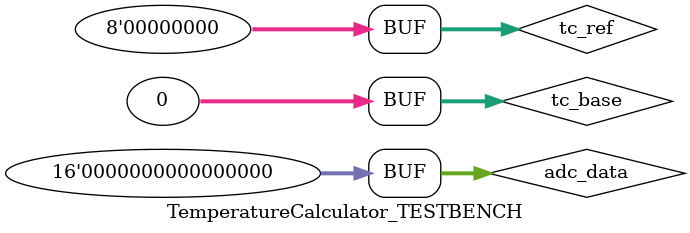
<source format=v>
`timescale 1ns / 1ps



/*--  *******************************************************
--  Computer Architecture Course, Laboratory Sources 
--  Amirkabir University of Technology (Tehran Polytechnic)
--  Department of Computer Engineering (CE-AUT)
--  https://ce[dot]aut[dot]ac[dot]ir
--  *******************************************************
--  All Rights reserved (C) 2019-2020
--  *******************************************************
--  Student ID  : 9831023
--  Student Name: Negin Kheirmand
--  Student Mail: neginkheirmand@gmail.com
--  *******************************************************
--*/



module TemperatureCalculator_TESTBENCH;

	// Inputs
	reg [31:0] tc_base;
	reg [7:0] tc_ref;
	reg [15:0] adc_data;

	// Outputs
	wire [31:0] tempc;

	// Instantiate the Unit Under Test (UUT)
	TemperatureCalculator uut (
		.tc_base(tc_base), 
		.tc_ref(tc_ref), 
		.adc_data(adc_data), 
		.tempc(tempc)
	);

	initial begin
		// Initialize Inputs
		tc_base = 0;
		tc_ref = 0;
		adc_data = 0;

		// Wait 100 ns for global reset to finish
		#100;
        
		// Add stimulus here

	end
      
endmodule


</source>
